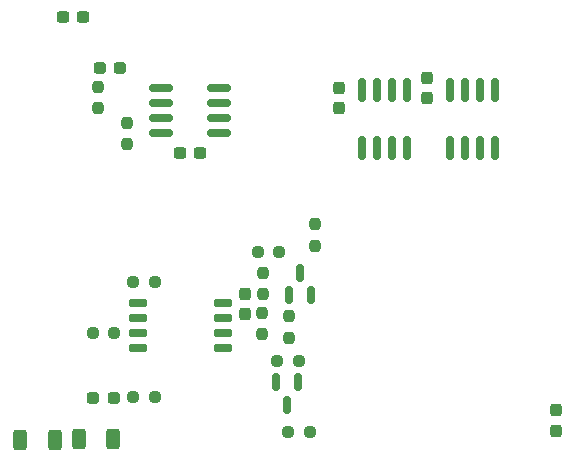
<source format=gbr>
%TF.GenerationSoftware,KiCad,Pcbnew,8.0.5*%
%TF.CreationDate,2025-04-23T17:08:05-05:00*%
%TF.ProjectId,test_board,74657374-5f62-46f6-9172-642e6b696361,rev?*%
%TF.SameCoordinates,Original*%
%TF.FileFunction,Paste,Top*%
%TF.FilePolarity,Positive*%
%FSLAX46Y46*%
G04 Gerber Fmt 4.6, Leading zero omitted, Abs format (unit mm)*
G04 Created by KiCad (PCBNEW 8.0.5) date 2025-04-23 17:08:05*
%MOMM*%
%LPD*%
G01*
G04 APERTURE LIST*
G04 Aperture macros list*
%AMRoundRect*
0 Rectangle with rounded corners*
0 $1 Rounding radius*
0 $2 $3 $4 $5 $6 $7 $8 $9 X,Y pos of 4 corners*
0 Add a 4 corners polygon primitive as box body*
4,1,4,$2,$3,$4,$5,$6,$7,$8,$9,$2,$3,0*
0 Add four circle primitives for the rounded corners*
1,1,$1+$1,$2,$3*
1,1,$1+$1,$4,$5*
1,1,$1+$1,$6,$7*
1,1,$1+$1,$8,$9*
0 Add four rect primitives between the rounded corners*
20,1,$1+$1,$2,$3,$4,$5,0*
20,1,$1+$1,$4,$5,$6,$7,0*
20,1,$1+$1,$6,$7,$8,$9,0*
20,1,$1+$1,$8,$9,$2,$3,0*%
G04 Aperture macros list end*
%ADD10RoundRect,0.150000X0.150000X-0.587500X0.150000X0.587500X-0.150000X0.587500X-0.150000X-0.587500X0*%
%ADD11RoundRect,0.237500X0.250000X0.237500X-0.250000X0.237500X-0.250000X-0.237500X0.250000X-0.237500X0*%
%ADD12RoundRect,0.150000X-0.650000X-0.150000X0.650000X-0.150000X0.650000X0.150000X-0.650000X0.150000X0*%
%ADD13RoundRect,0.237500X-0.287500X-0.237500X0.287500X-0.237500X0.287500X0.237500X-0.287500X0.237500X0*%
%ADD14RoundRect,0.237500X0.300000X0.237500X-0.300000X0.237500X-0.300000X-0.237500X0.300000X-0.237500X0*%
%ADD15RoundRect,0.237500X0.287500X0.237500X-0.287500X0.237500X-0.287500X-0.237500X0.287500X-0.237500X0*%
%ADD16RoundRect,0.237500X0.237500X-0.250000X0.237500X0.250000X-0.237500X0.250000X-0.237500X-0.250000X0*%
%ADD17RoundRect,0.150000X0.150000X-0.825000X0.150000X0.825000X-0.150000X0.825000X-0.150000X-0.825000X0*%
%ADD18RoundRect,0.237500X-0.250000X-0.237500X0.250000X-0.237500X0.250000X0.237500X-0.250000X0.237500X0*%
%ADD19RoundRect,0.237500X-0.300000X-0.237500X0.300000X-0.237500X0.300000X0.237500X-0.300000X0.237500X0*%
%ADD20RoundRect,0.237500X0.237500X-0.300000X0.237500X0.300000X-0.237500X0.300000X-0.237500X-0.300000X0*%
%ADD21RoundRect,0.250000X0.312500X0.625000X-0.312500X0.625000X-0.312500X-0.625000X0.312500X-0.625000X0*%
%ADD22RoundRect,0.150000X-0.150000X0.587500X-0.150000X-0.587500X0.150000X-0.587500X0.150000X0.587500X0*%
%ADD23RoundRect,0.237500X-0.237500X0.300000X-0.237500X-0.300000X0.237500X-0.300000X0.237500X0.300000X0*%
%ADD24RoundRect,0.237500X-0.237500X0.250000X-0.237500X-0.250000X0.237500X-0.250000X0.237500X0.250000X0*%
%ADD25RoundRect,0.150000X0.825000X0.150000X-0.825000X0.150000X-0.825000X-0.150000X0.825000X-0.150000X0*%
G04 APERTURE END LIST*
D10*
%TO.C,Q2*%
X142240000Y-73080000D03*
X144140000Y-73080000D03*
X143190000Y-71205000D03*
%TD*%
D11*
%TO.C,R1*%
X130902500Y-71960000D03*
X129077500Y-71960000D03*
%TD*%
D12*
%TO.C,U2*%
X129440000Y-73730000D03*
X129440000Y-75000000D03*
X129440000Y-76270000D03*
X129440000Y-77540000D03*
X136640000Y-77540000D03*
X136640000Y-76270000D03*
X136640000Y-75000000D03*
X136640000Y-73730000D03*
%TD*%
D13*
%TO.C,DS2*%
X126205000Y-53860000D03*
X127955000Y-53860000D03*
%TD*%
D14*
%TO.C,C4*%
X134747500Y-61045000D03*
X133022500Y-61045000D03*
%TD*%
D15*
%TO.C,DS1*%
X127405000Y-81760000D03*
X125655000Y-81760000D03*
%TD*%
D16*
%TO.C,R14*%
X128565000Y-60297500D03*
X128565000Y-58472500D03*
%TD*%
D17*
%TO.C,U1*%
X148415000Y-60625000D03*
X149685000Y-60625000D03*
X150955000Y-60625000D03*
X152225000Y-60625000D03*
X152225000Y-55675000D03*
X150955000Y-55675000D03*
X149685000Y-55675000D03*
X148415000Y-55675000D03*
%TD*%
D16*
%TO.C,R13*%
X140030000Y-73002500D03*
X140030000Y-71177500D03*
%TD*%
D18*
%TO.C,R4*%
X129057500Y-81730000D03*
X130882500Y-81730000D03*
%TD*%
D19*
%TO.C,C6*%
X123085000Y-49520000D03*
X124810000Y-49520000D03*
%TD*%
D17*
%TO.C,U3*%
X155865000Y-60665000D03*
X157135000Y-60665000D03*
X158405000Y-60665000D03*
X159675000Y-60665000D03*
X159675000Y-55715000D03*
X158405000Y-55715000D03*
X157135000Y-55715000D03*
X155865000Y-55715000D03*
%TD*%
D20*
%TO.C,C5*%
X146480000Y-57242500D03*
X146480000Y-55517500D03*
%TD*%
D21*
%TO.C,R9*%
X122422500Y-85320000D03*
X119497500Y-85320000D03*
%TD*%
D18*
%TO.C,R3*%
X125617500Y-76300000D03*
X127442500Y-76300000D03*
%TD*%
D20*
%TO.C,C3*%
X153940000Y-56392500D03*
X153940000Y-54667500D03*
%TD*%
D22*
%TO.C,Q1*%
X143020000Y-80470000D03*
X141120000Y-80470000D03*
X142070000Y-82345000D03*
%TD*%
D23*
%TO.C,C1*%
X164850000Y-82827499D03*
X164850000Y-84552501D03*
%TD*%
D21*
%TO.C,R8*%
X127382500Y-85260000D03*
X124457500Y-85260000D03*
%TD*%
D24*
%TO.C,R5*%
X126100000Y-55447500D03*
X126100000Y-57272500D03*
%TD*%
D11*
%TO.C,R12*%
X141422500Y-69420000D03*
X139597500Y-69420000D03*
%TD*%
%TO.C,R10*%
X143072500Y-78690000D03*
X141247500Y-78690000D03*
%TD*%
D25*
%TO.C,U4*%
X136330000Y-59320000D03*
X136330000Y-58050000D03*
X136330000Y-56780000D03*
X136330000Y-55510000D03*
X131380000Y-55510000D03*
X131380000Y-56780000D03*
X131380000Y-58050000D03*
X131380000Y-59320000D03*
%TD*%
D24*
%TO.C,R6*%
X144470000Y-67057500D03*
X144470000Y-68882500D03*
%TD*%
D18*
%TO.C,R7*%
X142177500Y-84670000D03*
X144002500Y-84670000D03*
%TD*%
D20*
%TO.C,C2*%
X138510000Y-74702500D03*
X138510000Y-72977500D03*
%TD*%
D24*
%TO.C,R11*%
X142210000Y-74867500D03*
X142210000Y-76692500D03*
%TD*%
%TO.C,R2*%
X139980000Y-74587500D03*
X139980000Y-76412500D03*
%TD*%
M02*

</source>
